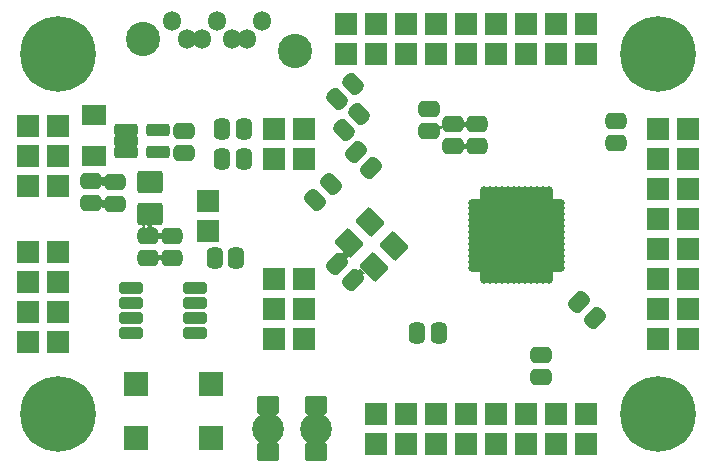
<source format=gbr>
%TF.GenerationSoftware,KiCad,Pcbnew,6.0.11+dfsg-1~bpo11+1*%
%TF.CreationDate,2023-06-15T01:19:56+00:00*%
%TF.ProjectId,PROGLOG01,50524f47-4c4f-4473-9031-2e6b69636164,B*%
%TF.SameCoordinates,Original*%
%TF.FileFunction,Soldermask,Bot*%
%TF.FilePolarity,Negative*%
%FSLAX46Y46*%
G04 Gerber Fmt 4.6, Leading zero omitted, Abs format (unit mm)*
G04 Created by KiCad (PCBNEW 6.0.11+dfsg-1~bpo11+1) date 2023-06-15 01:19:56*
%MOMM*%
%LPD*%
G01*
G04 APERTURE LIST*
G04 Aperture macros list*
%AMRoundRect*
0 Rectangle with rounded corners*
0 $1 Rounding radius*
0 $2 $3 $4 $5 $6 $7 $8 $9 X,Y pos of 4 corners*
0 Add a 4 corners polygon primitive as box body*
4,1,4,$2,$3,$4,$5,$6,$7,$8,$9,$2,$3,0*
0 Add four circle primitives for the rounded corners*
1,1,$1+$1,$2,$3*
1,1,$1+$1,$4,$5*
1,1,$1+$1,$6,$7*
1,1,$1+$1,$8,$9*
0 Add four rect primitives between the rounded corners*
20,1,$1+$1,$2,$3,$4,$5,0*
20,1,$1+$1,$4,$5,$6,$7,0*
20,1,$1+$1,$6,$7,$8,$9,0*
20,1,$1+$1,$8,$9,$2,$3,0*%
%AMFreePoly0*
4,1,40,0.421970,0.946127,0.500227,0.935912,0.583668,0.905069,0.658160,0.856442,0.719973,0.792464,0.766009,0.716341,0.793962,0.631887,0.802432,0.543330,0.790995,0.455108,0.776627,0.416134,0.778473,0.415601,0.731082,0.251586,0.707434,0.084928,0.707327,-0.083407,0.730765,-0.250102,0.778057,-0.414553,0.776229,-0.415079,0.790746,-0.455046,0.801763,-0.543321,0.792872,-0.631837,
0.764517,-0.716157,0.718121,-0.792057,0.656006,-0.855740,0.581282,-0.904014,0.497694,-0.934460,0.462061,-0.938939,0.449504,-0.944986,0.405000,-0.950000,-0.645000,-0.950000,-0.731777,-0.930194,-0.801366,-0.874698,-0.839986,-0.794504,-0.845000,-0.750000,-0.845000,0.750000,-0.825194,0.836777,-0.769698,0.906366,-0.689504,0.944986,-0.645000,0.950000,0.405000,0.950000,0.421970,0.946127,
0.421970,0.946127,$1*%
G04 Aperture macros list end*
%ADD10RoundRect,0.200000X-0.762000X0.762000X-0.762000X-0.762000X0.762000X-0.762000X0.762000X0.762000X0*%
%ADD11RoundRect,0.200000X-0.762000X-0.762000X0.762000X-0.762000X0.762000X0.762000X-0.762000X0.762000X0*%
%ADD12C,6.400000*%
%ADD13RoundRect,0.200000X-0.838200X-0.838200X0.838200X-0.838200X0.838200X0.838200X-0.838200X0.838200X0*%
%ADD14RoundRect,0.200000X0.762000X-0.762000X0.762000X0.762000X-0.762000X0.762000X-0.762000X-0.762000X0*%
%ADD15O,1.500000X1.700000*%
%ADD16C,2.900000*%
%ADD17RoundRect,0.262500X0.062500X-0.375000X0.062500X0.375000X-0.062500X0.375000X-0.062500X-0.375000X0*%
%ADD18RoundRect,0.262500X0.375000X-0.062500X0.375000X0.062500X-0.375000X0.062500X-0.375000X-0.062500X0*%
%ADD19RoundRect,0.200000X2.800000X-2.800000X2.800000X2.800000X-2.800000X2.800000X-2.800000X-2.800000X0*%
%ADD20RoundRect,0.450000X-0.475000X0.250000X-0.475000X-0.250000X0.475000X-0.250000X0.475000X0.250000X0*%
%ADD21RoundRect,0.200000X-0.200000X0.750000X-0.200000X-0.750000X0.200000X-0.750000X0.200000X0.750000X0*%
%ADD22RoundRect,0.200000X-0.780000X-0.325000X0.780000X-0.325000X0.780000X0.325000X-0.780000X0.325000X0*%
%ADD23RoundRect,0.450000X0.475000X-0.250000X0.475000X0.250000X-0.475000X0.250000X-0.475000X-0.250000X0*%
%ADD24RoundRect,0.450000X-0.262500X-0.450000X0.262500X-0.450000X0.262500X0.450000X-0.262500X0.450000X0*%
%ADD25RoundRect,0.450000X0.132583X-0.503814X0.503814X-0.132583X-0.132583X0.503814X-0.503814X0.132583X0*%
%ADD26RoundRect,0.450000X-0.450000X0.262500X-0.450000X-0.262500X0.450000X-0.262500X0.450000X0.262500X0*%
%ADD27RoundRect,0.200000X1.042983X-0.088388X-0.088388X1.042983X-1.042983X0.088388X0.088388X-1.042983X0*%
%ADD28C,2.700000*%
%ADD29FreePoly0,270.000000*%
%ADD30FreePoly0,90.000000*%
%ADD31RoundRect,0.200000X0.850000X-0.650000X0.850000X0.650000X-0.850000X0.650000X-0.850000X-0.650000X0*%
%ADD32RoundRect,0.450000X0.159099X-0.512652X0.512652X-0.159099X-0.159099X0.512652X-0.512652X0.159099X0*%
%ADD33RoundRect,0.200000X-0.775000X-0.300000X0.775000X-0.300000X0.775000X0.300000X-0.775000X0.300000X0*%
%ADD34RoundRect,0.450000X0.262500X0.450000X-0.262500X0.450000X-0.262500X-0.450000X0.262500X-0.450000X0*%
%ADD35RoundRect,0.450000X0.512652X0.159099X0.159099X0.512652X-0.512652X-0.159099X-0.159099X-0.512652X0*%
%ADD36RoundRect,0.450000X-0.512652X-0.159099X-0.159099X-0.512652X0.512652X0.159099X0.159099X0.512652X0*%
%ADD37RoundRect,0.450000X0.450000X-0.262500X0.450000X0.262500X-0.450000X0.262500X-0.450000X-0.262500X0*%
G04 APERTURE END LIST*
D10*
%TO.C,J23*%
X204470000Y-103886000D03*
X204470000Y-106426000D03*
%TD*%
%TO.C,J21*%
X199390000Y-103886000D03*
X199390000Y-106426000D03*
%TD*%
D11*
%TO.C,J1*%
X159766000Y-112522000D03*
X162306000Y-112522000D03*
X159766000Y-115062000D03*
X162306000Y-115062000D03*
X159766000Y-117602000D03*
X162306000Y-117602000D03*
%TD*%
D10*
%TO.C,J18*%
X194310000Y-103886000D03*
X194310000Y-106426000D03*
%TD*%
%TO.C,J25*%
X207010000Y-103886000D03*
X207010000Y-106426000D03*
%TD*%
D11*
%TO.C,J24*%
X213106000Y-112776000D03*
X215646000Y-112776000D03*
%TD*%
D10*
%TO.C,J16*%
X189230000Y-103886000D03*
X189230000Y-106426000D03*
%TD*%
%TO.C,J6*%
X199390000Y-136906000D03*
X199390000Y-139446000D03*
%TD*%
%TO.C,J20*%
X196850000Y-103886000D03*
X196850000Y-106426000D03*
%TD*%
D12*
%TO.C,M4*%
X162306000Y-136906000D03*
%TD*%
D11*
%TO.C,J4*%
X159766000Y-123190000D03*
X162306000Y-123190000D03*
X159766000Y-125730000D03*
X162306000Y-125730000D03*
X159766000Y-128270000D03*
X162306000Y-128270000D03*
X159766000Y-130810000D03*
X162306000Y-130810000D03*
%TD*%
D10*
%TO.C,J5*%
X201930000Y-136906000D03*
X201930000Y-139446000D03*
%TD*%
D13*
%TO.C,SW1*%
X168909600Y-134402000D03*
X175209600Y-134402000D03*
X168909600Y-138902000D03*
X175209600Y-138902000D03*
%TD*%
D11*
%TO.C,J31*%
X213106000Y-120396000D03*
X215646000Y-120396000D03*
%TD*%
%TO.C,J29*%
X213106000Y-117856000D03*
X215646000Y-117856000D03*
%TD*%
%TO.C,J27*%
X213106000Y-122936000D03*
X215646000Y-122936000D03*
%TD*%
D10*
%TO.C,J19*%
X201930000Y-103886000D03*
X201930000Y-106426000D03*
%TD*%
D11*
%TO.C,J28*%
X213106000Y-125476000D03*
X215646000Y-125476000D03*
%TD*%
%TO.C,J30*%
X213106000Y-128016000D03*
X215646000Y-128016000D03*
%TD*%
D10*
%TO.C,J7*%
X196850000Y-136906000D03*
X196850000Y-139446000D03*
%TD*%
D12*
%TO.C,M2*%
X213106000Y-106426000D03*
%TD*%
%TO.C,M1*%
X213106000Y-136906000D03*
%TD*%
D14*
%TO.C,J2*%
X175006000Y-121412000D03*
X175006000Y-118872000D03*
%TD*%
D10*
%TO.C,J34*%
X207010000Y-136906000D03*
X207010000Y-139446000D03*
%TD*%
D11*
%TO.C,J32*%
X213106000Y-130556000D03*
X215646000Y-130556000D03*
%TD*%
%TO.C,J13*%
X180594000Y-128016000D03*
X183134000Y-128016000D03*
%TD*%
D10*
%TO.C,J11*%
X189230000Y-136906000D03*
X189230000Y-139446000D03*
%TD*%
D11*
%TO.C,J14*%
X180594000Y-130556000D03*
X183134000Y-130556000D03*
%TD*%
D10*
%TO.C,J15*%
X186690000Y-103886000D03*
X186690000Y-106426000D03*
%TD*%
D11*
%TO.C,J22*%
X213106000Y-115316000D03*
X215646000Y-115316000D03*
%TD*%
D10*
%TO.C,J33*%
X204470000Y-136906000D03*
X204470000Y-139446000D03*
%TD*%
%TO.C,J17*%
X191770000Y-103886000D03*
X191770000Y-106426000D03*
%TD*%
%TO.C,J8*%
X194310000Y-136906000D03*
X194310000Y-139446000D03*
%TD*%
%TO.C,J9*%
X191770000Y-136906000D03*
X191770000Y-139446000D03*
%TD*%
D15*
%TO.C,J26*%
X171958000Y-103632000D03*
X173228000Y-105132000D03*
X174498000Y-105132000D03*
X175768000Y-103632000D03*
X177038000Y-105132000D03*
X178308000Y-105132000D03*
X179578000Y-103632000D03*
D16*
X182328000Y-106132000D03*
X169498000Y-105132000D03*
%TD*%
D12*
%TO.C,M3*%
X162306000Y-106426000D03*
%TD*%
D11*
%TO.C,J10*%
X180594000Y-125476000D03*
X183134000Y-125476000D03*
%TD*%
%TO.C,J3*%
X180594000Y-112776000D03*
X183134000Y-112776000D03*
X180594000Y-115316000D03*
X183134000Y-115316000D03*
%TD*%
D17*
%TO.C,U4*%
X203841800Y-125192400D03*
X203341800Y-125192400D03*
X202841800Y-125192400D03*
X202341800Y-125192400D03*
X201841800Y-125192400D03*
X201341800Y-125192400D03*
X200841800Y-125192400D03*
X200341800Y-125192400D03*
X199841800Y-125192400D03*
X199341800Y-125192400D03*
X198841800Y-125192400D03*
X198341800Y-125192400D03*
D18*
X197654300Y-124504900D03*
X197654300Y-124004900D03*
X197654300Y-123504900D03*
X197654300Y-123004900D03*
X197654300Y-122504900D03*
X197654300Y-122004900D03*
X197654300Y-121504900D03*
X197654300Y-121004900D03*
X197654300Y-120504900D03*
X197654300Y-120004900D03*
X197654300Y-119504900D03*
X197654300Y-119004900D03*
D17*
X198341800Y-118317400D03*
X198841800Y-118317400D03*
X199341800Y-118317400D03*
X199841800Y-118317400D03*
X200341800Y-118317400D03*
X200841800Y-118317400D03*
X201341800Y-118317400D03*
X201841800Y-118317400D03*
X202341800Y-118317400D03*
X202841800Y-118317400D03*
X203341800Y-118317400D03*
X203841800Y-118317400D03*
D18*
X204529300Y-119004900D03*
X204529300Y-119504900D03*
X204529300Y-120004900D03*
X204529300Y-120504900D03*
X204529300Y-121004900D03*
X204529300Y-121504900D03*
X204529300Y-122004900D03*
X204529300Y-122504900D03*
X204529300Y-123004900D03*
X204529300Y-123504900D03*
X204529300Y-124004900D03*
X204529300Y-124504900D03*
D19*
X201091800Y-121754900D03*
%TD*%
D20*
%TO.C,C3*%
X165100000Y-117160000D03*
X165100000Y-119060000D03*
%TD*%
D21*
%TO.C,U1*%
X169403000Y-117288000D03*
X170053000Y-117288000D03*
X170703000Y-117288000D03*
X170703000Y-119948000D03*
X170053000Y-119948000D03*
X169403000Y-119948000D03*
%TD*%
D22*
%TO.C,U2*%
X168068000Y-114742000D03*
X168068000Y-113792000D03*
X168068000Y-112842000D03*
X170768000Y-112842000D03*
X170768000Y-114742000D03*
%TD*%
D23*
%TO.C,C4*%
X172974000Y-114805500D03*
X172974000Y-112905500D03*
%TD*%
D24*
%TO.C,R3*%
X176189000Y-112776000D03*
X178014000Y-112776000D03*
%TD*%
%TO.C,R2*%
X176189000Y-115316000D03*
X178014000Y-115316000D03*
%TD*%
D25*
%TO.C,R8*%
X185930046Y-110233954D03*
X187220516Y-108943484D03*
%TD*%
D26*
%TO.C,R10*%
X209550000Y-112117500D03*
X209550000Y-113942500D03*
%TD*%
D24*
%TO.C,R9*%
X192699000Y-130048000D03*
X194524000Y-130048000D03*
%TD*%
D26*
%TO.C,R5*%
X169926000Y-121833000D03*
X169926000Y-123658000D03*
%TD*%
D27*
%TO.C,X1*%
X188990421Y-124464188D03*
X186939812Y-122413579D03*
X188707579Y-120645812D03*
X190758188Y-122696421D03*
%TD*%
D23*
%TO.C,C1*%
X203200000Y-133779300D03*
X203200000Y-131879300D03*
%TD*%
D20*
%TO.C,C2*%
X167132000Y-117223500D03*
X167132000Y-119123500D03*
%TD*%
D25*
%TO.C,R7*%
X186488846Y-112824754D03*
X187779316Y-111534284D03*
%TD*%
D26*
%TO.C,R6*%
X171958000Y-121833000D03*
X171958000Y-123658000D03*
%TD*%
D28*
%TO.C,D3*%
X180086000Y-138176000D03*
D29*
X180086000Y-136271000D03*
D30*
X180086000Y-140081000D03*
%TD*%
D28*
%TO.C,D2*%
X184150000Y-138176000D03*
D29*
X184150000Y-136271000D03*
D30*
X184150000Y-140081000D03*
%TD*%
D31*
%TO.C,D1*%
X165354000Y-115062000D03*
X165354000Y-111562000D03*
%TD*%
D23*
%TO.C,C6*%
X195707000Y-114234000D03*
X195707000Y-112334000D03*
%TD*%
%TO.C,C5*%
X193675000Y-112951300D03*
X193675000Y-111051300D03*
%TD*%
D32*
%TO.C,C9*%
X184037049Y-118781751D03*
X185380551Y-117438249D03*
%TD*%
D33*
%TO.C,U3*%
X168480760Y-130060700D03*
X168480760Y-128790700D03*
X168480760Y-127520700D03*
X168480760Y-126250700D03*
X173880760Y-126250700D03*
X173880760Y-127520700D03*
X173880760Y-128790700D03*
X173880760Y-130060700D03*
%TD*%
D34*
%TO.C,R1*%
X177379000Y-123698000D03*
X175554000Y-123698000D03*
%TD*%
D35*
%TO.C,C10*%
X207694032Y-128776232D03*
X206350530Y-127432730D03*
%TD*%
%TO.C,C7*%
X187209770Y-125551270D03*
X185866268Y-124207768D03*
%TD*%
D36*
%TO.C,C8*%
X187466049Y-114695049D03*
X188809551Y-116038551D03*
%TD*%
D37*
%TO.C,R4*%
X197764400Y-114196500D03*
X197764400Y-112371500D03*
%TD*%
G36*
X187775423Y-124467834D02*
G01*
X187807571Y-124515947D01*
X188312797Y-125021173D01*
X188313315Y-125023105D01*
X188311901Y-125024519D01*
X188310425Y-125024342D01*
X188249125Y-124990871D01*
X188180043Y-124995811D01*
X188124599Y-125037316D01*
X188100375Y-125102262D01*
X188109450Y-125158261D01*
X188131353Y-125211139D01*
X188131092Y-125213122D01*
X188129244Y-125213887D01*
X188127702Y-125212770D01*
X188092912Y-125140320D01*
X188039136Y-125075317D01*
X187685723Y-124721904D01*
X187620580Y-124668012D01*
X187619883Y-124666137D01*
X187621158Y-124664596D01*
X187622576Y-124664606D01*
X187673913Y-124684453D01*
X187741759Y-124670537D01*
X187791312Y-124622149D01*
X187806834Y-124554667D01*
X187781538Y-124486848D01*
X187775275Y-124478685D01*
X187774983Y-124478152D01*
X187771881Y-124469629D01*
X187772228Y-124467659D01*
X187774107Y-124466975D01*
X187775423Y-124467834D01*
G37*
G36*
X171063762Y-123350619D02*
G01*
X171064124Y-123351967D01*
X171060000Y-123395593D01*
X171060000Y-123920407D01*
X171064092Y-123963691D01*
X171063260Y-123965509D01*
X171061268Y-123965697D01*
X171060272Y-123964688D01*
X171035844Y-123909471D01*
X170978030Y-123871336D01*
X170908777Y-123870512D01*
X170850083Y-123907252D01*
X170823686Y-123965052D01*
X170822057Y-123966212D01*
X170820238Y-123965381D01*
X170819876Y-123964033D01*
X170824000Y-123920407D01*
X170824000Y-123395593D01*
X170819908Y-123352309D01*
X170820740Y-123350491D01*
X170822732Y-123350303D01*
X170823728Y-123351312D01*
X170848156Y-123406529D01*
X170905970Y-123444664D01*
X170975223Y-123445488D01*
X171033917Y-123408748D01*
X171060314Y-123350948D01*
X171061943Y-123349788D01*
X171063762Y-123350619D01*
G37*
G36*
X186396368Y-123104744D02*
G01*
X186888053Y-123596429D01*
X186936166Y-123628577D01*
X186937051Y-123630371D01*
X186935940Y-123632034D01*
X186934371Y-123632119D01*
X186925848Y-123629017D01*
X186925315Y-123628725D01*
X186924800Y-123628330D01*
X186859923Y-123603249D01*
X186792077Y-123617165D01*
X186742524Y-123665552D01*
X186727002Y-123733034D01*
X186747783Y-123788749D01*
X186747451Y-123790721D01*
X186745577Y-123791420D01*
X186744368Y-123790723D01*
X186695634Y-123731815D01*
X186342221Y-123378402D01*
X186277218Y-123324626D01*
X186204755Y-123289830D01*
X186203627Y-123288179D01*
X186204493Y-123286376D01*
X186206386Y-123286179D01*
X186259226Y-123308067D01*
X186328389Y-123315502D01*
X186390318Y-123284502D01*
X186425659Y-123224939D01*
X186423185Y-123155668D01*
X186393252Y-123107209D01*
X186393193Y-123105210D01*
X186394895Y-123104159D01*
X186396368Y-123104744D01*
G37*
G36*
X171063762Y-121525619D02*
G01*
X171064124Y-121526967D01*
X171060000Y-121570593D01*
X171060000Y-122095407D01*
X171064092Y-122138691D01*
X171063260Y-122140509D01*
X171061268Y-122140697D01*
X171060272Y-122139688D01*
X171035844Y-122084471D01*
X170978030Y-122046336D01*
X170908777Y-122045512D01*
X170850083Y-122082252D01*
X170823686Y-122140052D01*
X170822057Y-122141212D01*
X170820238Y-122140381D01*
X170819876Y-122139033D01*
X170824000Y-122095407D01*
X170824000Y-121570593D01*
X170819908Y-121527309D01*
X170820740Y-121525491D01*
X170822732Y-121525303D01*
X170823728Y-121526312D01*
X170848156Y-121581529D01*
X170905970Y-121619664D01*
X170975223Y-121620488D01*
X171033917Y-121583748D01*
X171060314Y-121525948D01*
X171061943Y-121524788D01*
X171063762Y-121525619D01*
G37*
G36*
X169667264Y-120884197D02*
G01*
X169667654Y-120886159D01*
X169667082Y-120887017D01*
X169618411Y-120929870D01*
X169599425Y-120996474D01*
X169619462Y-121062769D01*
X169672223Y-121107762D01*
X169722748Y-121118544D01*
X169724234Y-121119884D01*
X169723816Y-121121839D01*
X169722331Y-121122500D01*
X169476093Y-121122500D01*
X169392111Y-121130439D01*
X169316267Y-121157073D01*
X169314301Y-121156703D01*
X169313638Y-121154816D01*
X169314839Y-121153338D01*
X169354899Y-121136745D01*
X169409058Y-121093101D01*
X169430931Y-121027386D01*
X169413803Y-120960280D01*
X169363071Y-120913046D01*
X169307635Y-120899946D01*
X169306179Y-120898575D01*
X169306639Y-120896628D01*
X169308095Y-120896000D01*
X169602801Y-120896000D01*
X169665370Y-120883554D01*
X169667264Y-120884197D01*
G37*
G36*
X170317266Y-120884197D02*
G01*
X170317656Y-120886159D01*
X170317084Y-120887017D01*
X170268414Y-120929868D01*
X170249427Y-120996471D01*
X170269463Y-121062767D01*
X170322224Y-121107761D01*
X170360306Y-121115887D01*
X170361792Y-121117226D01*
X170361835Y-121117696D01*
X170368066Y-121118517D01*
X170369653Y-121119735D01*
X170369392Y-121121718D01*
X170367805Y-121122500D01*
X169733667Y-121122500D01*
X169731935Y-121121500D01*
X169731935Y-121119500D01*
X169733104Y-121118581D01*
X169800116Y-121098905D01*
X169845471Y-121046562D01*
X169855328Y-120978009D01*
X169826523Y-120914936D01*
X169789883Y-120887281D01*
X169789103Y-120885440D01*
X169790308Y-120883843D01*
X169791478Y-120883723D01*
X169853199Y-120896000D01*
X170252801Y-120896000D01*
X170315372Y-120883554D01*
X170317266Y-120884197D01*
G37*
G36*
X165992162Y-118648840D02*
G01*
X166015405Y-118704954D01*
X166059049Y-118759113D01*
X166124764Y-118780986D01*
X166191870Y-118763858D01*
X166239244Y-118712975D01*
X166240873Y-118709409D01*
X166242502Y-118708249D01*
X166244321Y-118709080D01*
X166244579Y-118710903D01*
X166216939Y-118789611D01*
X166209000Y-118873593D01*
X166209000Y-119373407D01*
X166216939Y-119457389D01*
X166243573Y-119533232D01*
X166243203Y-119535198D01*
X166241316Y-119535861D01*
X166239838Y-119534660D01*
X166216595Y-119478546D01*
X166172951Y-119424387D01*
X166107236Y-119402514D01*
X166040130Y-119419642D01*
X165992756Y-119470525D01*
X165991127Y-119474091D01*
X165989498Y-119475251D01*
X165987679Y-119474420D01*
X165987421Y-119472597D01*
X166015061Y-119393889D01*
X166023000Y-119309907D01*
X166023000Y-118810093D01*
X166015061Y-118726111D01*
X165988427Y-118650268D01*
X165988797Y-118648302D01*
X165990684Y-118647639D01*
X165992162Y-118648840D01*
G37*
G36*
X165992162Y-116748840D02*
G01*
X166015405Y-116804954D01*
X166059049Y-116859113D01*
X166124764Y-116880986D01*
X166191870Y-116863858D01*
X166239244Y-116812975D01*
X166240873Y-116809409D01*
X166242502Y-116808249D01*
X166244321Y-116809080D01*
X166244579Y-116810903D01*
X166216939Y-116889611D01*
X166209000Y-116973593D01*
X166209000Y-117473407D01*
X166216939Y-117557389D01*
X166243573Y-117633232D01*
X166243203Y-117635198D01*
X166241316Y-117635861D01*
X166239838Y-117634660D01*
X166216595Y-117578546D01*
X166172951Y-117524387D01*
X166107236Y-117502514D01*
X166040130Y-117519642D01*
X165992756Y-117570525D01*
X165991127Y-117574091D01*
X165989498Y-117575251D01*
X165987679Y-117574420D01*
X165987421Y-117572597D01*
X166015061Y-117493889D01*
X166023000Y-117409907D01*
X166023000Y-116910093D01*
X166015061Y-116826111D01*
X165988427Y-116750268D01*
X165988797Y-116748302D01*
X165990684Y-116747639D01*
X165992162Y-116748840D01*
G37*
G36*
X196867912Y-113912918D02*
G01*
X196868274Y-113914266D01*
X196866400Y-113934093D01*
X196866400Y-114458907D01*
X196871419Y-114512000D01*
X196870587Y-114513818D01*
X196868595Y-114514006D01*
X196867599Y-114512997D01*
X196843691Y-114458953D01*
X196785877Y-114420817D01*
X196716623Y-114419993D01*
X196657929Y-114456732D01*
X196630875Y-114515971D01*
X196629246Y-114517131D01*
X196627427Y-114516300D01*
X196627065Y-114514952D01*
X196630000Y-114483907D01*
X196630000Y-113984093D01*
X196623926Y-113919834D01*
X196624758Y-113918016D01*
X196626750Y-113917828D01*
X196627746Y-113918837D01*
X196651064Y-113971549D01*
X196708875Y-114009683D01*
X196778130Y-114010508D01*
X196836824Y-113973768D01*
X196864464Y-113913247D01*
X196866093Y-113912087D01*
X196867912Y-113912918D01*
G37*
G36*
X194783372Y-112434167D02*
G01*
X194784000Y-112435623D01*
X194784000Y-112583907D01*
X194791939Y-112667889D01*
X194835950Y-112793217D01*
X194835580Y-112795183D01*
X194833693Y-112795846D01*
X194832506Y-112795135D01*
X194795099Y-112748716D01*
X194729383Y-112726845D01*
X194662278Y-112743974D01*
X194615044Y-112794706D01*
X194601946Y-112850137D01*
X194600575Y-112851593D01*
X194598628Y-112851133D01*
X194598000Y-112849677D01*
X194598000Y-112701393D01*
X194590061Y-112617411D01*
X194546050Y-112492083D01*
X194546420Y-112490117D01*
X194548307Y-112489454D01*
X194549494Y-112490165D01*
X194586901Y-112536584D01*
X194652617Y-112558455D01*
X194719722Y-112541326D01*
X194766956Y-112490594D01*
X194780054Y-112435163D01*
X194781425Y-112433707D01*
X194783372Y-112434167D01*
G37*
G36*
X196630912Y-112052337D02*
G01*
X196656000Y-112109048D01*
X196713814Y-112147184D01*
X196783068Y-112148009D01*
X196841761Y-112111269D01*
X196867646Y-112054592D01*
X196869275Y-112053432D01*
X196871094Y-112054263D01*
X196871456Y-112055611D01*
X196866400Y-112109093D01*
X196866400Y-112633907D01*
X196868252Y-112653501D01*
X196867420Y-112655319D01*
X196865428Y-112655507D01*
X196864432Y-112654498D01*
X196838754Y-112596451D01*
X196780940Y-112558316D01*
X196711686Y-112557492D01*
X196652992Y-112594231D01*
X196627694Y-112649626D01*
X196626065Y-112650786D01*
X196624246Y-112649955D01*
X196623884Y-112648607D01*
X196630000Y-112583907D01*
X196630000Y-112084093D01*
X196627092Y-112053334D01*
X196627924Y-112051516D01*
X196629916Y-112051328D01*
X196630912Y-112052337D01*
G37*
M02*

</source>
